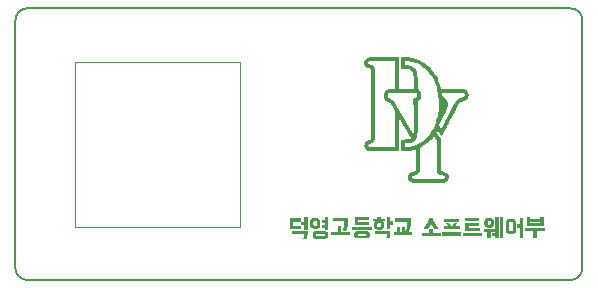
<source format=gbr>
%TF.GenerationSoftware,KiCad,Pcbnew,8.0.6*%
%TF.CreationDate,2024-12-06T21:46:26+09:00*%
%TF.ProjectId,dummy_keyboard,64756d6d-795f-46b6-9579-626f6172642e,rev?*%
%TF.SameCoordinates,Original*%
%TF.FileFunction,Legend,Top*%
%TF.FilePolarity,Positive*%
%FSLAX46Y46*%
G04 Gerber Fmt 4.6, Leading zero omitted, Abs format (unit mm)*
G04 Created by KiCad (PCBNEW 8.0.6) date 2024-12-06 21:46:26*
%MOMM*%
%LPD*%
G01*
G04 APERTURE LIST*
%ADD10C,0.200000*%
%ADD11C,0.300000*%
%ADD12C,0.000000*%
%ADD13C,0.120000*%
G04 APERTURE END LIST*
D10*
X180000000Y-116000000D02*
X134000000Y-116000000D01*
X134000000Y-116000000D02*
G75*
G02*
X133000000Y-115000000I0J1000000D01*
G01*
X133000000Y-94000000D02*
G75*
G02*
X134000000Y-93000000I1000000J0D01*
G01*
X181000000Y-94000000D02*
X181000000Y-115000000D01*
X181000000Y-115000000D02*
G75*
G02*
X180000000Y-116000000I-1000000J0D01*
G01*
X133000000Y-115000000D02*
X133000000Y-94000000D01*
X180000000Y-93000000D02*
G75*
G02*
X181000000Y-94000000I0J-1000000D01*
G01*
X134000000Y-93000000D02*
X180000000Y-93000000D01*
D11*
G36*
X156541399Y-111055781D02*
G01*
X156541399Y-111424344D01*
X157178873Y-111424344D01*
X157178873Y-111682264D01*
X156250140Y-111682264D01*
X156250140Y-110791266D01*
X157159822Y-110791266D01*
X157159822Y-111055781D01*
X156541399Y-111055781D01*
G37*
G36*
X157733915Y-111846395D02*
G01*
X157733915Y-112098820D01*
X157727137Y-112175757D01*
X157715597Y-112248297D01*
X157698891Y-112322395D01*
X157684456Y-112372494D01*
X157663207Y-112430746D01*
X157639393Y-112494494D01*
X157350331Y-112494494D01*
X157381936Y-112428039D01*
X157407433Y-112358572D01*
X157412247Y-112341353D01*
X157429017Y-112269277D01*
X157437893Y-112218988D01*
X157444487Y-112158171D01*
X157446685Y-112110177D01*
X156444313Y-112110177D01*
X156444313Y-111846395D01*
X157733915Y-111846395D01*
G37*
G36*
X157733915Y-110680258D02*
G01*
X157733915Y-111729159D01*
X157431664Y-111729159D01*
X157431664Y-111354002D01*
X157178507Y-111354002D01*
X157178507Y-111072634D01*
X157431664Y-111072634D01*
X157431664Y-110680258D01*
X157733915Y-110680258D01*
G37*
G36*
X159270639Y-111862807D02*
G01*
X159306350Y-111870942D01*
X159375593Y-111900892D01*
X159395743Y-111914905D01*
X159446136Y-111971461D01*
X159456560Y-111990743D01*
X159477140Y-112063766D01*
X159478908Y-112096256D01*
X159478908Y-112266981D01*
X159466331Y-112340041D01*
X159459857Y-112356008D01*
X159420546Y-112418668D01*
X159408932Y-112431479D01*
X159348914Y-112475981D01*
X159332729Y-112483503D01*
X159259438Y-112501642D01*
X159237474Y-112502554D01*
X158405827Y-112502554D01*
X158331569Y-112493177D01*
X158262752Y-112461856D01*
X158230705Y-112435875D01*
X158186110Y-112374081D01*
X158165124Y-112303515D01*
X158161828Y-112256357D01*
X158161828Y-112157438D01*
X158459682Y-112157438D01*
X158459682Y-112228879D01*
X158478367Y-112264050D01*
X158536619Y-112274309D01*
X159146615Y-112274309D01*
X159206465Y-112228907D01*
X159206699Y-112222651D01*
X159206699Y-112159270D01*
X159188015Y-112122634D01*
X159144417Y-112105781D01*
X158536619Y-112105781D01*
X158470673Y-112123000D01*
X158459682Y-112157438D01*
X158161828Y-112157438D01*
X158161828Y-112108712D01*
X158170451Y-112035940D01*
X158203561Y-111965049D01*
X158250122Y-111919668D01*
X158317007Y-111883792D01*
X158388104Y-111864099D01*
X158469005Y-111856715D01*
X158477634Y-111856653D01*
X159197174Y-111856653D01*
X159270639Y-111862807D01*
G37*
G36*
X159491731Y-111752606D02*
G01*
X159191678Y-111752606D01*
X159191678Y-111565027D01*
X158940719Y-111565027D01*
X158940719Y-111330554D01*
X159191678Y-111330554D01*
X159191678Y-111142976D01*
X158942917Y-111142976D01*
X158942917Y-110885055D01*
X159191678Y-110885055D01*
X159191678Y-110669633D01*
X159491731Y-110669633D01*
X159491731Y-111752606D01*
G37*
G36*
X158575318Y-110760568D02*
G01*
X158623447Y-110775512D01*
X158688735Y-110811233D01*
X158721999Y-110839260D01*
X158769243Y-110898465D01*
X158787945Y-110934515D01*
X158808725Y-111005784D01*
X158812125Y-111051018D01*
X158812125Y-111342278D01*
X158803109Y-111418642D01*
X158789044Y-111461713D01*
X158753323Y-111525769D01*
X158725297Y-111558433D01*
X158667038Y-111604707D01*
X158632240Y-111623279D01*
X158559999Y-111644602D01*
X158519766Y-111647459D01*
X158249756Y-111647459D01*
X158176683Y-111638014D01*
X158134351Y-111623279D01*
X158070180Y-111586757D01*
X158036898Y-111558799D01*
X157989181Y-111498798D01*
X157969853Y-111462079D01*
X157948129Y-111389007D01*
X157944574Y-111342278D01*
X157944574Y-111102309D01*
X158217149Y-111102309D01*
X158217149Y-111279263D01*
X158242188Y-111348419D01*
X158252320Y-111358764D01*
X158321418Y-111389502D01*
X158336218Y-111390272D01*
X158431106Y-111390272D01*
X158502192Y-111366149D01*
X158510241Y-111358764D01*
X158541256Y-111291004D01*
X158541748Y-111279263D01*
X158541748Y-111102309D01*
X158517625Y-111031223D01*
X158510241Y-111023175D01*
X158442841Y-110992160D01*
X158431106Y-110991667D01*
X158336218Y-110991667D01*
X158263739Y-111014098D01*
X158252320Y-111023175D01*
X158217699Y-111090654D01*
X158217149Y-111102309D01*
X157944574Y-111102309D01*
X157944574Y-111074466D01*
X157953018Y-110998531D01*
X157966190Y-110953932D01*
X158000966Y-110886212D01*
X158028838Y-110851350D01*
X158085854Y-110802835D01*
X158125558Y-110779909D01*
X158196384Y-110756966D01*
X158249756Y-110752431D01*
X158498883Y-110752431D01*
X158575318Y-110760568D01*
G37*
G36*
X161157955Y-110744371D02*
G01*
X161157955Y-111009253D01*
X161156709Y-111088990D01*
X161152971Y-111167046D01*
X161146740Y-111243421D01*
X161142202Y-111285125D01*
X161132645Y-111358042D01*
X161120394Y-111435594D01*
X161106427Y-111509496D01*
X161101902Y-111530956D01*
X161084420Y-111605928D01*
X161063966Y-111681199D01*
X161047680Y-111733189D01*
X161021433Y-111806038D01*
X160990750Y-111876929D01*
X160986863Y-111884863D01*
X160681682Y-111884863D01*
X160709296Y-111810446D01*
X160733522Y-111738867D01*
X160756726Y-111661735D01*
X160771807Y-111604228D01*
X160790118Y-111525274D01*
X160805209Y-111449611D01*
X160817081Y-111377240D01*
X160819068Y-111363161D01*
X160828297Y-111288432D01*
X160834711Y-111212835D01*
X160837020Y-111160195D01*
X160837471Y-111084836D01*
X160834089Y-111023175D01*
X159847470Y-111023175D01*
X159847470Y-110744371D01*
X161157955Y-110744371D01*
G37*
G36*
X161348098Y-112234009D02*
G01*
X159691033Y-112234009D01*
X159691033Y-111963632D01*
X160296999Y-111963632D01*
X160296999Y-111471238D01*
X160601082Y-111471238D01*
X160601082Y-111963632D01*
X161348098Y-111963632D01*
X161348098Y-112234009D01*
G37*
G36*
X162784150Y-111860752D02*
G01*
X162856671Y-111882224D01*
X162915771Y-111918935D01*
X162965347Y-111978042D01*
X162989649Y-112051176D01*
X162992341Y-112089661D01*
X162992341Y-112241702D01*
X162982717Y-112317482D01*
X162969993Y-112350879D01*
X162926478Y-112412819D01*
X162911008Y-112426716D01*
X162847056Y-112463719D01*
X162826745Y-112470314D01*
X162754411Y-112482678D01*
X162729658Y-112483503D01*
X161952966Y-112483503D01*
X161879737Y-112474986D01*
X161852216Y-112467016D01*
X161784605Y-112434324D01*
X161768318Y-112422686D01*
X161718521Y-112366832D01*
X161711532Y-112354542D01*
X161690801Y-112281580D01*
X161690283Y-112266981D01*
X161690283Y-112153042D01*
X161985939Y-112153042D01*
X161985939Y-112207997D01*
X161993266Y-112236939D01*
X162012683Y-112250861D01*
X162042725Y-112255258D01*
X162081926Y-112255258D01*
X162645394Y-112255258D01*
X162698151Y-112238405D01*
X162717934Y-112197372D01*
X162717934Y-112157438D01*
X162695586Y-112117871D01*
X162634770Y-112103583D01*
X162081926Y-112103583D01*
X162009328Y-112116822D01*
X162005356Y-112119703D01*
X161985939Y-112153042D01*
X161690283Y-112153042D01*
X161690283Y-112089661D01*
X161701159Y-112016789D01*
X161718126Y-111980484D01*
X161766249Y-111924561D01*
X161789201Y-111907212D01*
X161857757Y-111873483D01*
X161882257Y-111866545D01*
X161956881Y-111855034D01*
X161976413Y-111854455D01*
X162706577Y-111854455D01*
X162784150Y-111860752D01*
G37*
G36*
X163157205Y-111729159D02*
G01*
X161483287Y-111729159D01*
X161483287Y-111479665D01*
X163157205Y-111479665D01*
X163157205Y-111729159D01*
G37*
G36*
X162933357Y-110926088D02*
G01*
X162013416Y-110926088D01*
X162013416Y-111105240D01*
X162939585Y-111105240D01*
X162939585Y-111345942D01*
X161709334Y-111345942D01*
X161709334Y-110685387D01*
X162933357Y-110685387D01*
X162933357Y-110926088D01*
G37*
G36*
X164730740Y-112085997D02*
G01*
X164723802Y-112163941D01*
X164712110Y-112243965D01*
X164696303Y-112315874D01*
X164683479Y-112359305D01*
X164663329Y-112417557D01*
X164640248Y-112481304D01*
X164353384Y-112481304D01*
X164385170Y-112414612D01*
X164411327Y-112345023D01*
X164416399Y-112327798D01*
X164434354Y-112256249D01*
X164443510Y-112206531D01*
X164449738Y-112144982D01*
X164451936Y-112097355D01*
X163436741Y-112097355D01*
X163436741Y-111833206D01*
X164730740Y-111833206D01*
X164730740Y-112085997D01*
G37*
G36*
X163945621Y-110814713D02*
G01*
X164285241Y-110814713D01*
X164285241Y-111026472D01*
X164150785Y-111017679D01*
X164186892Y-111081929D01*
X164189620Y-111088387D01*
X164209004Y-111159524D01*
X164211602Y-111198297D01*
X164211602Y-111417749D01*
X164203951Y-111492118D01*
X164187421Y-111544511D01*
X164151186Y-111610371D01*
X164123674Y-111644528D01*
X164066227Y-111692268D01*
X164031350Y-111710474D01*
X163959267Y-111730828D01*
X163919243Y-111733555D01*
X163657292Y-111733555D01*
X163582234Y-111723615D01*
X163545185Y-111710474D01*
X163481149Y-111673080D01*
X163451762Y-111647826D01*
X163405487Y-111589740D01*
X163386916Y-111554403D01*
X163366136Y-111484078D01*
X163362735Y-111438998D01*
X163362735Y-111258381D01*
X163629082Y-111258381D01*
X163629082Y-111393569D01*
X163649844Y-111466177D01*
X163654361Y-111471971D01*
X163722250Y-111501983D01*
X163725070Y-111502013D01*
X163843039Y-111502013D01*
X163913299Y-111475609D01*
X163916678Y-111471971D01*
X163942825Y-111402475D01*
X163943056Y-111393569D01*
X163943056Y-111258381D01*
X163918083Y-111188014D01*
X163912648Y-111182177D01*
X163843454Y-111152036D01*
X163834613Y-111151769D01*
X163745953Y-111151769D01*
X163675618Y-111173677D01*
X163664253Y-111182543D01*
X163629632Y-111247338D01*
X163629082Y-111258381D01*
X163362735Y-111258381D01*
X163362735Y-111198297D01*
X163372360Y-111125019D01*
X163385084Y-111088021D01*
X163418789Y-111025739D01*
X163293126Y-111025739D01*
X163293126Y-110814713D01*
X163633112Y-110814713D01*
X163633112Y-110674030D01*
X163945621Y-110674030D01*
X163945621Y-110814713D01*
G37*
G36*
X164722313Y-111034898D02*
G01*
X164960450Y-111034898D01*
X164960450Y-111307107D01*
X164722313Y-111307107D01*
X164722313Y-111682264D01*
X164447540Y-111682264D01*
X164447540Y-110674030D01*
X164722313Y-110674030D01*
X164722313Y-111034898D01*
G37*
G36*
X166483793Y-110796029D02*
G01*
X166483793Y-111016580D01*
X166482711Y-111098214D01*
X166479465Y-111175777D01*
X166474055Y-111249270D01*
X166465009Y-111329868D01*
X166453018Y-111404926D01*
X166437287Y-111484061D01*
X166420870Y-111556235D01*
X166401579Y-111629110D01*
X166385973Y-111679699D01*
X166361025Y-111750114D01*
X166340178Y-111800233D01*
X166306919Y-111867066D01*
X166284491Y-111905380D01*
X165983705Y-111905380D01*
X166018373Y-111837557D01*
X166051790Y-111763336D01*
X166079295Y-111691317D01*
X166094347Y-111644528D01*
X166115363Y-111568386D01*
X166132157Y-111494748D01*
X166145755Y-111416640D01*
X166146738Y-111409689D01*
X166155837Y-111335838D01*
X166161813Y-111260902D01*
X166163590Y-111208555D01*
X166163252Y-111133620D01*
X166159560Y-111072634D01*
X165172941Y-111072634D01*
X165172941Y-110796029D01*
X166483793Y-110796029D01*
G37*
G36*
X166578681Y-112221552D02*
G01*
X165054606Y-112221552D01*
X165054606Y-111963632D01*
X165326814Y-111963632D01*
X165326814Y-111541580D01*
X165567882Y-111541580D01*
X165567882Y-111963632D01*
X165734211Y-111963632D01*
X165734211Y-111541580D01*
X165968685Y-111541580D01*
X165968685Y-111963632D01*
X166578681Y-111963632D01*
X166578681Y-112221552D01*
G37*
G36*
X168349320Y-110764155D02*
G01*
X168369670Y-110835304D01*
X168396562Y-110906770D01*
X168424424Y-110969685D01*
X168460295Y-111042887D01*
X168495577Y-111110603D01*
X168533698Y-111180059D01*
X168551553Y-111211486D01*
X168593432Y-111282232D01*
X168632118Y-111344875D01*
X168672177Y-111407289D01*
X168708357Y-111461713D01*
X168750992Y-111523537D01*
X168794635Y-111584811D01*
X168839286Y-111645536D01*
X168884944Y-111705711D01*
X168521877Y-111705711D01*
X168477971Y-111644075D01*
X168435014Y-111583648D01*
X168420761Y-111563562D01*
X168377530Y-111500730D01*
X168336497Y-111438998D01*
X168297204Y-111376625D01*
X168259194Y-111312602D01*
X168222567Y-111246702D01*
X168194714Y-111193534D01*
X168159509Y-111265397D01*
X168122440Y-111333928D01*
X168085208Y-111397911D01*
X168059892Y-111439364D01*
X168017439Y-111506432D01*
X167973613Y-111573179D01*
X167928413Y-111639605D01*
X167881839Y-111705711D01*
X167478105Y-111705711D01*
X167532021Y-111644017D01*
X167582851Y-111582673D01*
X167630596Y-111521680D01*
X167675255Y-111461037D01*
X167699389Y-111426542D01*
X167745299Y-111358283D01*
X167788141Y-111291262D01*
X167827915Y-111225476D01*
X167864620Y-111160928D01*
X167902013Y-111090857D01*
X167935060Y-111024902D01*
X167966681Y-110956445D01*
X167977826Y-110930484D01*
X168004926Y-110859009D01*
X168024600Y-110785024D01*
X168027652Y-110764155D01*
X168349320Y-110764155D01*
G37*
G36*
X169004013Y-112291894D02*
G01*
X167408130Y-112291894D01*
X167408130Y-112010526D01*
X168030949Y-112010526D01*
X168030949Y-111705711D01*
X168360311Y-111705711D01*
X168360311Y-112010526D01*
X169004013Y-112010526D01*
X169004013Y-112291894D01*
G37*
G36*
X169302966Y-110801524D02*
G01*
X170588172Y-110801524D01*
X170588172Y-111073733D01*
X169302966Y-111073733D01*
X169302966Y-110801524D01*
G37*
G36*
X170416713Y-111136748D02*
G01*
X170287753Y-111461713D01*
X170630670Y-111461713D01*
X170630670Y-111711207D01*
X169324215Y-111711207D01*
X169324215Y-111461713D01*
X169593859Y-111461713D01*
X169441818Y-111136748D01*
X169742237Y-111136748D01*
X169883653Y-111451454D01*
X170021406Y-111451454D01*
X170118493Y-111136748D01*
X170416713Y-111136748D01*
G37*
G36*
X169140300Y-112244633D02*
G01*
X169140300Y-111963632D01*
X170757066Y-111963632D01*
X170757066Y-112244633D01*
X169140300Y-112244633D01*
G37*
G36*
X172275645Y-110752798D02*
G01*
X172275645Y-111014748D01*
X171093754Y-111014748D01*
X171093754Y-110752798D01*
X172275645Y-110752798D01*
G37*
G36*
X171380984Y-111565027D02*
G01*
X172298726Y-111565027D01*
X172298726Y-111822948D01*
X171093754Y-111822948D01*
X171093754Y-111142976D01*
X172275645Y-111142976D01*
X172275645Y-111407124D01*
X171380984Y-111407124D01*
X171380984Y-111565027D01*
G37*
G36*
X170892987Y-112291161D02*
G01*
X170892987Y-112010526D01*
X172509752Y-112010526D01*
X172509752Y-112291161D01*
X170892987Y-112291161D01*
G37*
G36*
X173591626Y-111916737D02*
G01*
X173234787Y-111916737D01*
X173234787Y-112479473D01*
X172922278Y-112479473D01*
X172922278Y-111916737D01*
X172645673Y-111916737D01*
X172645673Y-111658817D01*
X173591626Y-111658817D01*
X173591626Y-111916737D01*
G37*
G36*
X173920621Y-110676228D02*
G01*
X173920621Y-112479473D01*
X173641818Y-112479473D01*
X173641818Y-112291894D01*
X173346528Y-112291894D01*
X173346528Y-112055589D01*
X173641818Y-112055589D01*
X173641818Y-110674030D01*
X173920621Y-110676228D01*
G37*
G36*
X174300541Y-112479473D02*
G01*
X174025768Y-112479473D01*
X174025768Y-110674030D01*
X174300541Y-110671831D01*
X174300541Y-112479473D01*
G37*
G36*
X173290018Y-110726834D02*
G01*
X173327111Y-110739975D01*
X173390516Y-110777842D01*
X173419068Y-110803722D01*
X173463900Y-110863251D01*
X173481717Y-110899344D01*
X173501552Y-110970470D01*
X173504798Y-111015481D01*
X173504798Y-111260579D01*
X173495782Y-111334624D01*
X173481717Y-111376716D01*
X173444323Y-111442691D01*
X173419068Y-111472337D01*
X173361779Y-111518612D01*
X173327111Y-111537184D01*
X173254870Y-111558507D01*
X173214637Y-111561364D01*
X173009839Y-111561364D01*
X172933835Y-111550950D01*
X172895534Y-111537184D01*
X172829409Y-111498505D01*
X172799180Y-111472704D01*
X172751936Y-111413176D01*
X172733234Y-111377083D01*
X172712455Y-111305813D01*
X172709054Y-111260579D01*
X172709054Y-111070436D01*
X172979431Y-111070436D01*
X172979431Y-111214050D01*
X173002600Y-111285382D01*
X173007641Y-111291353D01*
X173075082Y-111322221D01*
X173083845Y-111322494D01*
X173140632Y-111322494D01*
X173211963Y-111296919D01*
X173217934Y-111291353D01*
X173249165Y-111222512D01*
X173249442Y-111214050D01*
X173249442Y-111070436D01*
X173223565Y-110999467D01*
X173217934Y-110993499D01*
X173149155Y-110962269D01*
X173140632Y-110961992D01*
X173083845Y-110961992D01*
X173013167Y-110987568D01*
X173007641Y-110993133D01*
X172979679Y-111061912D01*
X172979431Y-111070436D01*
X172709054Y-111070436D01*
X172709054Y-111015481D01*
X172718500Y-110941121D01*
X172733234Y-110898977D01*
X172772544Y-110833160D01*
X172799180Y-110803722D01*
X172859677Y-110757921D01*
X172895900Y-110739975D01*
X172969764Y-110719621D01*
X173009839Y-110716894D01*
X173214637Y-110716894D01*
X173290018Y-110726834D01*
G37*
G36*
X175983252Y-112479473D02*
G01*
X175689794Y-112479473D01*
X175689794Y-111565027D01*
X175461916Y-111565027D01*
X175461916Y-111260212D01*
X175689794Y-111260212D01*
X175689794Y-110713963D01*
X175983252Y-110713963D01*
X175983252Y-112479473D01*
G37*
G36*
X175119278Y-110806433D02*
G01*
X175194011Y-110824064D01*
X175265659Y-110859227D01*
X175318301Y-110904106D01*
X175364347Y-110969749D01*
X175392625Y-111041431D01*
X175407602Y-111114445D01*
X175413462Y-111197067D01*
X175413555Y-111209654D01*
X175413555Y-111697285D01*
X175408577Y-111773310D01*
X175392192Y-111847762D01*
X175387544Y-111861782D01*
X175356769Y-111929835D01*
X175316469Y-111985980D01*
X175261549Y-112035259D01*
X175212421Y-112063649D01*
X175139923Y-112086592D01*
X175087491Y-112091127D01*
X174855216Y-112091127D01*
X174779584Y-112084539D01*
X174729920Y-112072442D01*
X174663268Y-112041730D01*
X174622575Y-112010893D01*
X174575666Y-111953512D01*
X174547837Y-111896221D01*
X174528377Y-111821635D01*
X174521149Y-111745794D01*
X174520769Y-111722930D01*
X174797331Y-111722930D01*
X174804658Y-111783381D01*
X174840928Y-111829909D01*
X174912615Y-111848301D01*
X174927024Y-111848593D01*
X175017882Y-111848593D01*
X175074668Y-111832473D01*
X175111305Y-111792173D01*
X175130722Y-111736486D01*
X175136950Y-111674570D01*
X175136950Y-111248489D01*
X175134020Y-111178147D01*
X175119365Y-111112201D01*
X175083828Y-111064940D01*
X175017882Y-111046988D01*
X174931420Y-111046988D01*
X174861078Y-111062376D01*
X174821877Y-111102676D01*
X174803559Y-111160928D01*
X174799529Y-111227240D01*
X174799529Y-111664312D01*
X174797331Y-111722930D01*
X174520769Y-111722930D01*
X174520726Y-111720366D01*
X174520726Y-111207822D01*
X174524026Y-111131444D01*
X174534823Y-111054233D01*
X174535747Y-111049553D01*
X174559850Y-110975727D01*
X174593999Y-110919860D01*
X174648745Y-110868088D01*
X174712334Y-110833398D01*
X174786155Y-110811609D01*
X174861821Y-110802645D01*
X174903943Y-110801524D01*
X175045359Y-110801524D01*
X175119278Y-110806433D01*
G37*
G36*
X177825331Y-111869842D02*
G01*
X177154518Y-111869842D01*
X177154518Y-112479473D01*
X176854466Y-112479473D01*
X176854466Y-111869842D01*
X176183287Y-111869842D01*
X176183287Y-111595436D01*
X177825331Y-111595436D01*
X177825331Y-111869842D01*
G37*
G36*
X176592882Y-110861608D02*
G01*
X177415736Y-110861608D01*
X177415736Y-110674030D01*
X177711392Y-110674030D01*
X177711392Y-111447791D01*
X176295394Y-111447791D01*
X176295394Y-111197198D01*
X176592882Y-111197198D01*
X177415736Y-111197198D01*
X177415736Y-111096081D01*
X176592882Y-111096081D01*
X176592882Y-111197198D01*
X176295394Y-111197198D01*
X176295394Y-110674030D01*
X176592882Y-110674030D01*
X176592882Y-110861608D01*
G37*
D12*
%TO.C,G\u002A\u002A\u002A*%
G36*
X165507864Y-98467656D02*
G01*
X165507864Y-99798442D01*
X166111585Y-99798442D01*
X166715306Y-99798442D01*
X166712695Y-99257125D01*
X166712183Y-99156831D01*
X166711663Y-99068974D01*
X166711113Y-98992586D01*
X166710510Y-98926698D01*
X166709832Y-98870340D01*
X166709057Y-98822544D01*
X166708162Y-98782340D01*
X166707125Y-98748759D01*
X166705925Y-98720833D01*
X166704538Y-98697591D01*
X166702942Y-98678064D01*
X166701115Y-98661284D01*
X166699036Y-98646282D01*
X166698584Y-98643386D01*
X166685032Y-98569140D01*
X166669090Y-98500957D01*
X166651238Y-98440272D01*
X166631956Y-98388516D01*
X166611724Y-98347122D01*
X166591022Y-98317524D01*
X166588426Y-98314726D01*
X166572454Y-98300494D01*
X166548064Y-98281514D01*
X166518337Y-98259936D01*
X166486352Y-98237905D01*
X166455192Y-98217570D01*
X166427935Y-98201078D01*
X166416204Y-98194671D01*
X166396905Y-98187853D01*
X166365937Y-98180810D01*
X166325032Y-98173715D01*
X166275923Y-98166743D01*
X166220341Y-98160069D01*
X166160019Y-98153866D01*
X166096688Y-98148310D01*
X166032082Y-98143574D01*
X165967932Y-98139832D01*
X165905971Y-98137261D01*
X165847930Y-98136033D01*
X165832990Y-98135954D01*
X165796347Y-98135571D01*
X165761054Y-98134622D01*
X165731132Y-98133250D01*
X165710649Y-98131602D01*
X165675455Y-98127375D01*
X165675455Y-97805739D01*
X166010636Y-97805739D01*
X166072644Y-97810223D01*
X166174221Y-97818509D01*
X166265893Y-97827929D01*
X166347074Y-97838387D01*
X166417178Y-97849788D01*
X166475619Y-97862038D01*
X166521812Y-97875043D01*
X166554017Y-97888110D01*
X166600540Y-97913801D01*
X166650083Y-97944569D01*
X166700145Y-97978572D01*
X166748225Y-98013970D01*
X166791824Y-98048920D01*
X166828441Y-98081583D01*
X166855576Y-98110115D01*
X166855711Y-98110277D01*
X166894007Y-98164583D01*
X166928957Y-98231119D01*
X166960280Y-98309065D01*
X166987697Y-98397601D01*
X167010929Y-98495905D01*
X167029697Y-98603158D01*
X167033975Y-98633641D01*
X167036013Y-98650696D01*
X167037815Y-98670049D01*
X167039402Y-98692648D01*
X167040795Y-98719444D01*
X167042013Y-98751385D01*
X167043078Y-98789421D01*
X167044009Y-98834503D01*
X167044828Y-98887580D01*
X167045555Y-98949602D01*
X167046211Y-99021517D01*
X167046816Y-99104277D01*
X167047390Y-99198830D01*
X167047784Y-99272438D01*
X167050641Y-99829067D01*
X167093904Y-99844583D01*
X167150859Y-99872092D01*
X167202656Y-99911770D01*
X167249060Y-99963317D01*
X167289834Y-100026431D01*
X167324743Y-100100813D01*
X167348975Y-100170493D01*
X167356034Y-100195148D01*
X167361023Y-100216791D01*
X167364312Y-100238723D01*
X167366266Y-100264241D01*
X167367254Y-100296645D01*
X167367638Y-100338083D01*
X167367438Y-100384982D01*
X167366223Y-100421299D01*
X167363780Y-100449839D01*
X167359898Y-100473403D01*
X167356304Y-100488104D01*
X167328668Y-100569730D01*
X167293220Y-100641243D01*
X167248892Y-100704114D01*
X167194619Y-100759816D01*
X167129333Y-100809820D01*
X167117791Y-100817392D01*
X167050010Y-100860965D01*
X167049787Y-102178226D01*
X167049722Y-102346512D01*
X167049586Y-102505658D01*
X167049382Y-102655347D01*
X167049110Y-102795259D01*
X167048773Y-102925076D01*
X167048372Y-103044479D01*
X167047909Y-103153150D01*
X167047384Y-103250771D01*
X167046800Y-103337021D01*
X167046159Y-103411584D01*
X167045462Y-103474141D01*
X167044710Y-103524372D01*
X167043905Y-103561959D01*
X167043049Y-103586584D01*
X167042696Y-103592689D01*
X167033667Y-103692683D01*
X167021227Y-103781494D01*
X167004834Y-103861035D01*
X166983945Y-103933217D01*
X166958018Y-103999956D01*
X166926510Y-104063163D01*
X166894083Y-104116853D01*
X166865812Y-104157821D01*
X166839442Y-104189999D01*
X166811615Y-104216928D01*
X166778974Y-104242152D01*
X166768487Y-104249411D01*
X166743603Y-104264936D01*
X166710556Y-104283612D01*
X166672259Y-104303985D01*
X166631626Y-104324603D01*
X166591571Y-104344012D01*
X166555010Y-104360760D01*
X166524855Y-104373395D01*
X166507567Y-104379486D01*
X166475081Y-104387372D01*
X166430406Y-104395494D01*
X166374757Y-104403701D01*
X166309345Y-104411841D01*
X166235385Y-104419763D01*
X166154090Y-104427315D01*
X166069292Y-104434151D01*
X166010636Y-104438548D01*
X166010636Y-104596480D01*
X166010636Y-104754411D01*
X166106162Y-104749794D01*
X166151860Y-104747150D01*
X166204180Y-104743441D01*
X166256429Y-104739173D01*
X166298891Y-104735169D01*
X166430742Y-104718555D01*
X166552961Y-104696490D01*
X166668508Y-104668131D01*
X166780340Y-104632635D01*
X166891418Y-104589159D01*
X167004700Y-104536857D01*
X167018329Y-104530075D01*
X167060314Y-104507813D01*
X167110909Y-104478991D01*
X167167927Y-104444993D01*
X167229178Y-104407205D01*
X167292476Y-104367012D01*
X167355631Y-104325800D01*
X167416455Y-104284953D01*
X167472761Y-104245858D01*
X167512245Y-104217389D01*
X167561797Y-104179265D01*
X167617200Y-104133789D01*
X167675398Y-104083629D01*
X167733330Y-104031450D01*
X167787940Y-103979920D01*
X167813766Y-103954508D01*
X167950070Y-103808733D01*
X168077419Y-103653268D01*
X168195671Y-103488527D01*
X168304689Y-103314923D01*
X168404330Y-103132867D01*
X168494454Y-102942772D01*
X168504899Y-102917107D01*
X168875888Y-102917107D01*
X168877643Y-102925581D01*
X168882586Y-102936767D01*
X168891552Y-102952185D01*
X168905377Y-102973357D01*
X168924897Y-103001803D01*
X168950949Y-103039042D01*
X168964193Y-103057890D01*
X168990206Y-103094439D01*
X169013797Y-103126717D01*
X169033864Y-103153287D01*
X169049307Y-103172712D01*
X169059023Y-103183556D01*
X169061841Y-103185259D01*
X169065385Y-103178840D01*
X169074700Y-103161142D01*
X169089448Y-103132821D01*
X169109292Y-103094534D01*
X169133894Y-103046935D01*
X169162917Y-102990680D01*
X169196022Y-102926426D01*
X169232873Y-102854828D01*
X169273131Y-102776542D01*
X169316458Y-102692224D01*
X169362518Y-102602529D01*
X169410972Y-102508115D01*
X169461482Y-102409635D01*
X169513712Y-102307747D01*
X169526838Y-102282132D01*
X169579454Y-102179470D01*
X169630440Y-102080033D01*
X169679457Y-101984478D01*
X169726167Y-101893463D01*
X169770231Y-101807646D01*
X169811313Y-101727684D01*
X169849073Y-101654235D01*
X169883173Y-101587956D01*
X169913275Y-101529505D01*
X169939040Y-101479540D01*
X169960132Y-101438718D01*
X169976210Y-101407697D01*
X169986938Y-101387134D01*
X169991976Y-101377687D01*
X169992304Y-101377144D01*
X169996686Y-101369682D01*
X170006485Y-101351940D01*
X170020853Y-101325491D01*
X170038939Y-101291908D01*
X170059894Y-101252762D01*
X170082869Y-101209627D01*
X170086469Y-101202850D01*
X170111459Y-101156036D01*
X170136228Y-101110093D01*
X170159559Y-101067243D01*
X170180237Y-101029711D01*
X170197043Y-100999720D01*
X170208275Y-100980303D01*
X170251747Y-100913946D01*
X170302023Y-100847989D01*
X170355217Y-100787332D01*
X170385659Y-100756715D01*
X170422966Y-100722514D01*
X170457427Y-100694430D01*
X170491604Y-100671110D01*
X170528054Y-100651198D01*
X170569337Y-100633340D01*
X170618013Y-100616179D01*
X170676642Y-100598361D01*
X170694308Y-100593319D01*
X170749241Y-100576930D01*
X170802407Y-100559452D01*
X170851587Y-100541725D01*
X170894564Y-100524593D01*
X170929121Y-100508896D01*
X170953040Y-100495477D01*
X170954360Y-100494574D01*
X170986381Y-100465130D01*
X171011042Y-100428070D01*
X171028018Y-100385912D01*
X171036985Y-100341169D01*
X171037618Y-100296359D01*
X171029592Y-100253996D01*
X171012582Y-100216597D01*
X170993301Y-100192901D01*
X170966333Y-100170276D01*
X170938657Y-100155004D01*
X170905279Y-100144695D01*
X170883562Y-100140427D01*
X170872479Y-100139653D01*
X170849230Y-100138936D01*
X170814776Y-100138277D01*
X170770076Y-100137675D01*
X170716092Y-100137131D01*
X170653782Y-100136644D01*
X170584106Y-100136215D01*
X170508025Y-100135844D01*
X170426499Y-100135530D01*
X170340486Y-100135274D01*
X170250948Y-100135076D01*
X170158845Y-100134937D01*
X170065135Y-100134855D01*
X169970780Y-100134831D01*
X169876738Y-100134865D01*
X169783971Y-100134957D01*
X169693438Y-100135108D01*
X169606098Y-100135316D01*
X169522912Y-100135583D01*
X169444840Y-100135909D01*
X169372842Y-100136293D01*
X169307877Y-100136735D01*
X169250906Y-100137236D01*
X169202888Y-100137795D01*
X169164784Y-100138413D01*
X169137553Y-100139090D01*
X169122155Y-100139826D01*
X169118954Y-100140327D01*
X169118457Y-100148067D01*
X169120120Y-100165497D01*
X169123589Y-100189135D01*
X169124409Y-100193956D01*
X169128652Y-100220541D01*
X169133772Y-100255861D01*
X169139125Y-100295332D01*
X169144072Y-100334367D01*
X169144116Y-100334732D01*
X169148382Y-100369188D01*
X169152322Y-100399714D01*
X169155547Y-100423388D01*
X169157668Y-100437290D01*
X169157940Y-100438707D01*
X169166445Y-100450070D01*
X169187698Y-100464593D01*
X169211871Y-100477462D01*
X169298700Y-100526325D01*
X169373934Y-100581415D01*
X169438109Y-100643250D01*
X169491760Y-100712348D01*
X169535424Y-100789226D01*
X169536299Y-100791058D01*
X169560913Y-100850075D01*
X169578580Y-100910330D01*
X169589744Y-100974507D01*
X169594846Y-101045287D01*
X169594329Y-101125355D01*
X169593756Y-101139166D01*
X169585500Y-101255623D01*
X169571917Y-101360577D01*
X169553052Y-101453757D01*
X169528952Y-101534890D01*
X169524102Y-101548086D01*
X169518777Y-101559735D01*
X169507624Y-101582219D01*
X169491154Y-101614559D01*
X169469878Y-101655778D01*
X169444309Y-101704897D01*
X169414957Y-101760938D01*
X169382334Y-101822922D01*
X169346951Y-101889871D01*
X169309320Y-101960806D01*
X169269952Y-102034749D01*
X169257779Y-102057561D01*
X169005445Y-102530166D01*
X168945688Y-102704460D01*
X168929588Y-102751494D01*
X168914585Y-102795461D01*
X168901333Y-102834438D01*
X168890482Y-102866504D01*
X168882685Y-102889737D01*
X168878595Y-102902213D01*
X168878594Y-102902216D01*
X168876483Y-102909826D01*
X168875888Y-102917107D01*
X168504899Y-102917107D01*
X168574922Y-102745052D01*
X168645593Y-102540118D01*
X168706327Y-102328384D01*
X168756983Y-102110263D01*
X168797421Y-101886166D01*
X168827501Y-101656507D01*
X168844051Y-101458052D01*
X169180822Y-101458052D01*
X169181423Y-101474953D01*
X169182950Y-101481057D01*
X169189032Y-101475725D01*
X169197245Y-101462777D01*
X169197880Y-101461567D01*
X169207690Y-101438108D01*
X169218450Y-101404998D01*
X169229196Y-101365858D01*
X169238961Y-101324307D01*
X169246781Y-101283964D01*
X169249014Y-101269886D01*
X169252164Y-101241376D01*
X169254846Y-101203605D01*
X169256841Y-101160717D01*
X169257930Y-101116855D01*
X169258065Y-101098944D01*
X169257959Y-101056587D01*
X169257311Y-101024979D01*
X169255857Y-101001461D01*
X169253333Y-100983377D01*
X169249476Y-100968072D01*
X169244021Y-100952887D01*
X169243397Y-100951321D01*
X169231333Y-100925989D01*
X169216779Y-100901848D01*
X169208624Y-100890988D01*
X169188694Y-100867669D01*
X169187822Y-101095592D01*
X169187472Y-101153871D01*
X169186894Y-101211607D01*
X169186126Y-101266466D01*
X169185209Y-101316111D01*
X169184185Y-101358209D01*
X169183092Y-101390425D01*
X169182522Y-101402289D01*
X169181183Y-101432961D01*
X169180822Y-101458052D01*
X168844051Y-101458052D01*
X168847083Y-101421699D01*
X168856026Y-101182153D01*
X168854190Y-100938284D01*
X168852847Y-100897835D01*
X168837911Y-100642132D01*
X168812204Y-100394235D01*
X168775735Y-100154181D01*
X168728512Y-99922006D01*
X168670545Y-99697748D01*
X168601841Y-99481444D01*
X168522409Y-99273131D01*
X168433725Y-99075863D01*
X168343719Y-98903651D01*
X168245779Y-98741847D01*
X168139185Y-98589559D01*
X168023214Y-98445892D01*
X167897146Y-98309953D01*
X167760261Y-98180848D01*
X167612231Y-98057993D01*
X167455088Y-97941892D01*
X167298104Y-97839060D01*
X167140987Y-97749366D01*
X166983447Y-97672679D01*
X166825194Y-97608868D01*
X166665938Y-97557802D01*
X166505386Y-97519349D01*
X166365927Y-97496252D01*
X166327103Y-97491676D01*
X166280633Y-97487061D01*
X166229902Y-97482662D01*
X166178297Y-97478733D01*
X166129205Y-97475530D01*
X166086013Y-97473306D01*
X166052107Y-97472315D01*
X166046972Y-97472288D01*
X166010636Y-97472288D01*
X166010636Y-97639013D01*
X166010636Y-97805739D01*
X165675455Y-97805739D01*
X165675455Y-97639013D01*
X165675455Y-97632241D01*
X165675455Y-97137107D01*
X165878354Y-97137107D01*
X166000793Y-97137990D01*
X166111886Y-97140775D01*
X166213585Y-97145667D01*
X166307843Y-97152870D01*
X166396613Y-97162587D01*
X166481846Y-97175023D01*
X166565497Y-97190383D01*
X166649517Y-97208869D01*
X166711163Y-97224186D01*
X166816758Y-97253547D01*
X166915972Y-97285531D01*
X167012610Y-97321590D01*
X167110478Y-97363174D01*
X167213382Y-97411736D01*
X167247453Y-97428712D01*
X167424076Y-97524665D01*
X167595785Y-97631798D01*
X167761364Y-97749131D01*
X167919597Y-97875683D01*
X168069267Y-98010475D01*
X168209156Y-98152525D01*
X168338050Y-98300853D01*
X168353874Y-98320469D01*
X168462020Y-98464005D01*
X168562393Y-98614602D01*
X168655330Y-98772975D01*
X168741166Y-98939839D01*
X168820236Y-99115908D01*
X168892877Y-99301897D01*
X168959424Y-99498521D01*
X169020212Y-99706493D01*
X169040083Y-99781683D01*
X169046986Y-99808498D01*
X169109188Y-99804100D01*
X169123680Y-99803543D01*
X169150698Y-99802997D01*
X169189365Y-99802467D01*
X169238798Y-99801957D01*
X169298119Y-99801474D01*
X169366448Y-99801020D01*
X169442904Y-99800603D01*
X169526608Y-99800225D01*
X169616679Y-99799892D01*
X169712239Y-99799609D01*
X169812406Y-99799380D01*
X169916301Y-99799211D01*
X170016046Y-99799112D01*
X170143812Y-99799043D01*
X170258872Y-99799031D01*
X170361925Y-99799082D01*
X170453672Y-99799202D01*
X170534813Y-99799399D01*
X170606048Y-99799681D01*
X170668079Y-99800053D01*
X170721604Y-99800522D01*
X170767324Y-99801097D01*
X170805940Y-99801783D01*
X170838153Y-99802588D01*
X170864661Y-99803519D01*
X170886166Y-99804583D01*
X170903368Y-99805786D01*
X170916967Y-99807136D01*
X170924689Y-99808167D01*
X171010883Y-99827126D01*
X171089174Y-99856504D01*
X171159042Y-99895741D01*
X171219966Y-99944278D01*
X171271425Y-100001555D01*
X171312898Y-100067014D01*
X171343865Y-100140093D01*
X171363804Y-100220235D01*
X171371412Y-100288089D01*
X171369923Y-100373187D01*
X171356201Y-100455649D01*
X171330884Y-100534159D01*
X171294609Y-100607396D01*
X171248014Y-100674041D01*
X171191735Y-100732777D01*
X171135512Y-100776335D01*
X171102659Y-100795587D01*
X171059225Y-100816914D01*
X171007684Y-100839328D01*
X170950506Y-100861837D01*
X170890164Y-100883454D01*
X170829130Y-100903188D01*
X170790314Y-100914521D01*
X170754901Y-100924798D01*
X170721926Y-100935124D01*
X170694677Y-100944418D01*
X170676441Y-100951601D01*
X170674145Y-100952699D01*
X170651943Y-100967377D01*
X170624806Y-100990593D01*
X170595301Y-101019777D01*
X170565996Y-101052355D01*
X170539457Y-101085757D01*
X170534539Y-101092546D01*
X170525393Y-101105828D01*
X170515165Y-101121550D01*
X170503622Y-101140154D01*
X170490532Y-101162083D01*
X170475661Y-101187779D01*
X170458777Y-101217685D01*
X170439647Y-101252243D01*
X170418038Y-101291896D01*
X170393719Y-101337087D01*
X170366455Y-101388257D01*
X170336014Y-101445850D01*
X170302163Y-101510308D01*
X170264670Y-101582074D01*
X170223303Y-101661589D01*
X170177827Y-101749298D01*
X170128010Y-101845641D01*
X170073620Y-101951062D01*
X170014424Y-102066003D01*
X169950189Y-102190907D01*
X169880683Y-102326217D01*
X169805672Y-102472374D01*
X169724924Y-102629821D01*
X169683556Y-102710516D01*
X169624747Y-102825195D01*
X169567536Y-102936653D01*
X169512224Y-103044306D01*
X169459116Y-103147570D01*
X169408512Y-103245859D01*
X169360715Y-103338589D01*
X169316029Y-103425177D01*
X169274754Y-103505036D01*
X169237193Y-103577584D01*
X169203649Y-103642234D01*
X169174423Y-103698403D01*
X169149819Y-103745507D01*
X169130139Y-103782960D01*
X169115684Y-103810178D01*
X169106758Y-103826577D01*
X169103694Y-103831605D01*
X169098794Y-103826588D01*
X169087008Y-103811580D01*
X169069084Y-103787612D01*
X169045767Y-103755716D01*
X169017805Y-103716923D01*
X168985945Y-103672264D01*
X168950933Y-103622770D01*
X168913517Y-103569473D01*
X168903740Y-103555483D01*
X168865953Y-103501431D01*
X168830541Y-103450914D01*
X168798233Y-103404960D01*
X168769755Y-103364598D01*
X168745837Y-103330857D01*
X168727205Y-103304766D01*
X168714587Y-103287352D01*
X168708713Y-103279645D01*
X168708379Y-103279359D01*
X168704841Y-103285486D01*
X168696014Y-103301357D01*
X168683018Y-103324940D01*
X168666975Y-103354205D01*
X168656272Y-103373793D01*
X168605617Y-103466616D01*
X168801356Y-103762603D01*
X168997096Y-104058590D01*
X169000533Y-105359092D01*
X169000948Y-105514484D01*
X169001340Y-105657040D01*
X169001716Y-105787332D01*
X169002083Y-105905930D01*
X169002448Y-106013407D01*
X169002817Y-106110334D01*
X169003198Y-106197281D01*
X169003597Y-106274821D01*
X169004021Y-106343525D01*
X169004476Y-106403963D01*
X169004970Y-106456708D01*
X169005509Y-106502331D01*
X169006100Y-106541403D01*
X169006750Y-106574495D01*
X169007466Y-106602179D01*
X169008254Y-106625026D01*
X169009121Y-106643608D01*
X169010074Y-106658496D01*
X169011120Y-106670261D01*
X169012265Y-106679475D01*
X169013517Y-106686709D01*
X169014882Y-106692534D01*
X169016367Y-106697522D01*
X169016431Y-106697718D01*
X169024735Y-106721150D01*
X169033720Y-106739902D01*
X169045114Y-106755046D01*
X169060645Y-106767652D01*
X169082040Y-106778790D01*
X169111027Y-106789531D01*
X169149334Y-106800945D01*
X169198690Y-106814104D01*
X169208260Y-106816580D01*
X169252437Y-106828228D01*
X169295100Y-106839921D01*
X169333481Y-106850869D01*
X169364811Y-106860277D01*
X169386322Y-106867354D01*
X169388561Y-106868177D01*
X169462169Y-106902273D01*
X169526764Y-106945551D01*
X169581711Y-106997379D01*
X169626378Y-107057126D01*
X169660130Y-107124159D01*
X169668681Y-107147519D01*
X169675980Y-107170483D01*
X169681070Y-107190543D01*
X169684352Y-107211037D01*
X169686225Y-107235300D01*
X169687088Y-107266671D01*
X169687332Y-107303140D01*
X169686880Y-107350511D01*
X169684800Y-107388033D01*
X169680385Y-107419231D01*
X169672929Y-107447634D01*
X169661725Y-107476767D01*
X169646065Y-107510157D01*
X169645671Y-107510952D01*
X169610151Y-107568371D01*
X169563539Y-107621038D01*
X169507739Y-107667498D01*
X169444655Y-107706298D01*
X169376188Y-107735985D01*
X169334604Y-107748495D01*
X169321286Y-107751788D01*
X169308118Y-107754804D01*
X169294487Y-107757556D01*
X169279784Y-107760054D01*
X169263397Y-107762312D01*
X169244716Y-107764340D01*
X169223130Y-107766150D01*
X169198029Y-107767755D01*
X169168800Y-107769165D01*
X169134835Y-107770393D01*
X169095521Y-107771450D01*
X169050249Y-107772349D01*
X168998407Y-107773100D01*
X168939384Y-107773716D01*
X168872571Y-107774209D01*
X168797356Y-107774590D01*
X168713128Y-107774870D01*
X168619276Y-107775063D01*
X168515190Y-107775179D01*
X168400260Y-107775230D01*
X168273873Y-107775228D01*
X168135420Y-107775185D01*
X167984290Y-107775112D01*
X167953272Y-107775096D01*
X167798611Y-107774996D01*
X167656814Y-107774867D01*
X167527336Y-107774705D01*
X167409636Y-107774507D01*
X167303169Y-107774267D01*
X167207391Y-107773982D01*
X167121760Y-107773648D01*
X167045731Y-107773259D01*
X166978762Y-107772813D01*
X166920308Y-107772305D01*
X166869827Y-107771731D01*
X166826774Y-107771086D01*
X166790607Y-107770367D01*
X166760781Y-107769569D01*
X166736754Y-107768689D01*
X166717981Y-107767721D01*
X166703920Y-107766662D01*
X166694026Y-107765508D01*
X166693530Y-107765431D01*
X166622440Y-107752189D01*
X166562697Y-107736248D01*
X166515562Y-107718520D01*
X166457160Y-107687407D01*
X166401496Y-107647764D01*
X166351181Y-107601985D01*
X166308827Y-107552464D01*
X166277046Y-107501597D01*
X166275417Y-107498319D01*
X166255661Y-107453678D01*
X166242537Y-107412394D01*
X166235185Y-107370057D01*
X166232746Y-107322256D01*
X166232931Y-107312674D01*
X166565533Y-107312674D01*
X166568441Y-107331946D01*
X166583287Y-107361383D01*
X166609784Y-107387382D01*
X166646395Y-107408924D01*
X166691584Y-107424991D01*
X166717663Y-107430791D01*
X166730917Y-107431969D01*
X166756740Y-107433073D01*
X166794292Y-107434102D01*
X166842734Y-107435056D01*
X166901229Y-107435935D01*
X166968938Y-107436738D01*
X167045021Y-107437467D01*
X167128640Y-107438121D01*
X167218956Y-107438699D01*
X167315131Y-107439201D01*
X167416326Y-107439629D01*
X167521702Y-107439980D01*
X167630421Y-107440256D01*
X167741643Y-107440456D01*
X167854530Y-107440581D01*
X167968243Y-107440629D01*
X168081944Y-107440602D01*
X168194794Y-107440498D01*
X168305954Y-107440318D01*
X168414585Y-107440062D01*
X168519849Y-107439729D01*
X168620907Y-107439320D01*
X168716920Y-107438835D01*
X168807049Y-107438272D01*
X168890457Y-107437634D01*
X168966303Y-107436918D01*
X169033750Y-107436125D01*
X169091959Y-107435255D01*
X169140090Y-107434309D01*
X169177306Y-107433285D01*
X169202767Y-107432184D01*
X169215384Y-107431052D01*
X169266771Y-107418285D01*
X169306737Y-107400166D01*
X169335629Y-107376992D01*
X169343989Y-107366715D01*
X169349006Y-107355519D01*
X169351511Y-107339730D01*
X169352339Y-107315670D01*
X169352388Y-107303092D01*
X169351761Y-107276692D01*
X169349064Y-107254674D01*
X169343071Y-107236195D01*
X169332558Y-107220413D01*
X169316300Y-107206486D01*
X169293072Y-107193573D01*
X169261650Y-107180832D01*
X169220807Y-107167420D01*
X169169320Y-107152496D01*
X169109533Y-107136179D01*
X169063204Y-107123445D01*
X169019652Y-107110973D01*
X168981050Y-107099423D01*
X168949573Y-107089459D01*
X168927396Y-107081741D01*
X168918643Y-107078067D01*
X168862499Y-107042507D01*
X168810491Y-106994387D01*
X168787888Y-106967977D01*
X168748095Y-106910600D01*
X168716943Y-106848119D01*
X168693688Y-106778551D01*
X168677583Y-106699915D01*
X168672412Y-106660508D01*
X168671372Y-106644395D01*
X168670415Y-106615419D01*
X168669540Y-106573536D01*
X168668747Y-106518702D01*
X168668037Y-106450873D01*
X168667408Y-106370004D01*
X168666860Y-106276050D01*
X168666394Y-106168969D01*
X168666008Y-106048715D01*
X168665704Y-105915245D01*
X168665479Y-105768514D01*
X168665335Y-105608478D01*
X168665271Y-105435092D01*
X168665267Y-105379554D01*
X168665267Y-104162671D01*
X168546278Y-103982112D01*
X168517361Y-103938372D01*
X168490775Y-103898429D01*
X168467418Y-103863610D01*
X168448186Y-103835241D01*
X168433978Y-103814648D01*
X168425689Y-103803159D01*
X168423937Y-103801187D01*
X168418870Y-103806147D01*
X168408410Y-103819639D01*
X168394575Y-103839023D01*
X168390714Y-103844644D01*
X168373405Y-103869055D01*
X168351039Y-103899220D01*
X168327069Y-103930530D01*
X168313006Y-103948384D01*
X168231512Y-104045463D01*
X168143928Y-104139942D01*
X168049359Y-104232560D01*
X167946907Y-104324059D01*
X167835679Y-104415181D01*
X167714779Y-104506666D01*
X167583312Y-104599255D01*
X167440381Y-104693690D01*
X167324544Y-104766530D01*
X167254156Y-104809938D01*
X167250388Y-105748173D01*
X167249859Y-105881066D01*
X167249374Y-106001254D01*
X167248910Y-106109442D01*
X167248442Y-106206330D01*
X167247946Y-106292622D01*
X167247399Y-106369020D01*
X167246775Y-106436228D01*
X167246052Y-106494948D01*
X167245203Y-106545882D01*
X167244207Y-106589734D01*
X167243037Y-106627206D01*
X167241670Y-106659000D01*
X167240082Y-106685821D01*
X167238249Y-106708369D01*
X167236146Y-106727348D01*
X167233749Y-106743462D01*
X167231035Y-106757411D01*
X167227978Y-106769900D01*
X167224555Y-106781630D01*
X167220741Y-106793305D01*
X167216513Y-106805627D01*
X167213715Y-106813776D01*
X167189193Y-106872666D01*
X167157314Y-106929069D01*
X167119922Y-106980614D01*
X167078865Y-107024928D01*
X167035987Y-107059640D01*
X167010799Y-107074546D01*
X166993227Y-107081937D01*
X166964938Y-107091675D01*
X166925520Y-107103880D01*
X166874560Y-107118673D01*
X166811647Y-107136174D01*
X166736367Y-107156504D01*
X166677645Y-107172074D01*
X166645489Y-107183756D01*
X166615486Y-107200270D01*
X166592301Y-107218866D01*
X166586144Y-107226049D01*
X166574300Y-107250267D01*
X166567085Y-107281208D01*
X166565533Y-107312674D01*
X166232931Y-107312674D01*
X166233499Y-107283249D01*
X166240896Y-107206982D01*
X166257246Y-107139463D01*
X166283355Y-107078791D01*
X166320029Y-107023067D01*
X166364884Y-106973472D01*
X166392009Y-106948458D01*
X166419011Y-106926972D01*
X166447713Y-106908182D01*
X166479936Y-106891261D01*
X166517502Y-106875379D01*
X166562231Y-106859706D01*
X166615945Y-106843413D01*
X166680465Y-106825671D01*
X166701922Y-106820014D01*
X166749051Y-106807587D01*
X166785024Y-106797754D01*
X166811685Y-106789840D01*
X166830882Y-106783164D01*
X166844457Y-106777048D01*
X166854258Y-106770814D01*
X166862129Y-106763784D01*
X166865973Y-106759698D01*
X166880609Y-106739517D01*
X166894298Y-106714102D01*
X166899491Y-106701588D01*
X166901348Y-106696065D01*
X166903020Y-106689817D01*
X166904517Y-106682133D01*
X166905851Y-106672304D01*
X166907033Y-106659619D01*
X166908076Y-106643367D01*
X166908990Y-106622840D01*
X166909787Y-106597325D01*
X166910479Y-106566114D01*
X166911078Y-106528495D01*
X166911594Y-106483760D01*
X166912040Y-106431196D01*
X166912427Y-106370095D01*
X166912767Y-106299745D01*
X166913070Y-106219437D01*
X166913350Y-106128460D01*
X166913617Y-106026105D01*
X166913883Y-105911660D01*
X166914118Y-105803592D01*
X166915964Y-104940888D01*
X166847082Y-104964106D01*
X166733243Y-104997911D01*
X166607382Y-105026625D01*
X166469435Y-105050257D01*
X166319336Y-105068815D01*
X166157018Y-105082306D01*
X165982417Y-105090739D01*
X165795467Y-105094121D01*
X165770981Y-105094189D01*
X165675455Y-105094299D01*
X165675455Y-104601583D01*
X165675455Y-104108867D01*
X165784389Y-104108836D01*
X165865447Y-104107714D01*
X165953278Y-104104555D01*
X166044241Y-104099607D01*
X166134689Y-104093116D01*
X166220981Y-104085328D01*
X166299472Y-104076491D01*
X166336933Y-104071427D01*
X166382580Y-104063138D01*
X166422060Y-104051696D01*
X166462573Y-104035007D01*
X166463246Y-104034697D01*
X166490019Y-104022144D01*
X166506473Y-104013490D01*
X166514505Y-104007107D01*
X166516011Y-104001369D01*
X166512888Y-103994649D01*
X166511846Y-103993000D01*
X166507402Y-103985569D01*
X166496573Y-103967225D01*
X166479744Y-103938626D01*
X166457302Y-103900430D01*
X166429632Y-103853296D01*
X166397121Y-103797881D01*
X166360155Y-103734845D01*
X166319118Y-103664844D01*
X166274399Y-103588538D01*
X166226381Y-103506585D01*
X166175452Y-103419643D01*
X166121997Y-103328370D01*
X166066402Y-103233425D01*
X166010841Y-103138519D01*
X165953661Y-103040905D01*
X165898290Y-102946509D01*
X165845108Y-102855972D01*
X165794496Y-102769939D01*
X165746835Y-102689053D01*
X165702508Y-102613957D01*
X165661894Y-102545296D01*
X165625375Y-102483714D01*
X165593332Y-102429852D01*
X165566146Y-102384356D01*
X165544199Y-102347868D01*
X165527871Y-102321032D01*
X165517543Y-102304492D01*
X165513602Y-102298891D01*
X165513043Y-102305492D01*
X165512498Y-102324882D01*
X165511971Y-102356445D01*
X165511464Y-102399564D01*
X165510980Y-102453620D01*
X165510521Y-102517996D01*
X165510090Y-102592076D01*
X165509690Y-102675241D01*
X165509322Y-102766875D01*
X165508989Y-102866359D01*
X165508695Y-102973078D01*
X165508441Y-103086412D01*
X165508230Y-103205746D01*
X165508064Y-103330461D01*
X165507947Y-103459941D01*
X165507880Y-103593567D01*
X165507864Y-103696595D01*
X165507864Y-105094299D01*
X164312945Y-105094241D01*
X164152965Y-105094194D01*
X164002312Y-105094069D01*
X163861306Y-105093868D01*
X163730267Y-105093592D01*
X163609517Y-105093244D01*
X163499375Y-105092824D01*
X163400162Y-105092336D01*
X163312198Y-105091780D01*
X163235803Y-105091158D01*
X163171299Y-105090473D01*
X163119005Y-105089725D01*
X163079242Y-105088917D01*
X163052331Y-105088049D01*
X163040934Y-105087376D01*
X162944030Y-105074185D01*
X162857528Y-105052602D01*
X162781312Y-105022553D01*
X162715267Y-104983963D01*
X162659277Y-104936756D01*
X162613228Y-104880859D01*
X162577005Y-104816195D01*
X162560365Y-104774392D01*
X162552804Y-104751164D01*
X162547678Y-104730656D01*
X162544522Y-104709208D01*
X162542870Y-104683161D01*
X162542255Y-104648856D01*
X162542195Y-104631749D01*
X162542827Y-104617779D01*
X162873696Y-104617779D01*
X162876091Y-104653314D01*
X162886055Y-104683395D01*
X162896930Y-104698914D01*
X162922916Y-104718303D01*
X162959495Y-104734454D01*
X163004044Y-104746402D01*
X163040697Y-104751978D01*
X163053057Y-104752580D01*
X163078057Y-104753153D01*
X163114930Y-104753694D01*
X163162909Y-104754199D01*
X163221228Y-104754666D01*
X163289120Y-104755091D01*
X163365816Y-104755470D01*
X163450552Y-104755802D01*
X163542559Y-104756081D01*
X163641071Y-104756306D01*
X163745320Y-104756472D01*
X163854540Y-104756578D01*
X163967965Y-104756619D01*
X164084826Y-104756592D01*
X164133623Y-104756561D01*
X165176035Y-104755766D01*
X165177553Y-103237397D01*
X165179072Y-101719028D01*
X164982759Y-101383847D01*
X164940522Y-101311563D01*
X164904421Y-101249733D01*
X164873601Y-101197372D01*
X164847205Y-101153496D01*
X164824378Y-101117118D01*
X164804262Y-101087254D01*
X164786004Y-101062919D01*
X164768746Y-101043128D01*
X164751632Y-101026895D01*
X164733807Y-101013236D01*
X164714414Y-101001165D01*
X164692598Y-100989697D01*
X164667503Y-100977847D01*
X164638272Y-100964630D01*
X164605593Y-100949772D01*
X164553559Y-100925259D01*
X164511143Y-100903817D01*
X164475450Y-100883700D01*
X164443588Y-100863160D01*
X164412662Y-100840450D01*
X164379780Y-100813823D01*
X164378009Y-100812337D01*
X164315125Y-100752366D01*
X164263584Y-100687063D01*
X164222166Y-100614584D01*
X164189652Y-100533084D01*
X164186234Y-100522433D01*
X164179637Y-100499491D01*
X164175189Y-100478108D01*
X164172517Y-100454732D01*
X164171246Y-100425811D01*
X164171002Y-100387793D01*
X164171021Y-100383757D01*
X164503108Y-100383757D01*
X164507515Y-100415785D01*
X164517175Y-100447793D01*
X164533341Y-100483895D01*
X164556001Y-100516969D01*
X164586394Y-100548047D01*
X164625761Y-100578159D01*
X164675343Y-100608336D01*
X164736379Y-100639608D01*
X164762946Y-100652044D01*
X164839068Y-100688705D01*
X164903459Y-100723827D01*
X164957538Y-100758500D01*
X165002720Y-100793813D01*
X165040424Y-100830853D01*
X165072066Y-100870711D01*
X165094994Y-100907160D01*
X165104578Y-100923872D01*
X165120691Y-100951725D01*
X165143082Y-100990291D01*
X165171503Y-101039145D01*
X165205705Y-101097859D01*
X165245437Y-101166007D01*
X165290451Y-101243160D01*
X165340497Y-101328894D01*
X165395326Y-101422779D01*
X165454688Y-101524391D01*
X165518335Y-101633301D01*
X165586015Y-101749083D01*
X165657482Y-101871311D01*
X165732484Y-101999556D01*
X165810772Y-102133392D01*
X165892098Y-102272393D01*
X165976211Y-102416131D01*
X166062863Y-102564179D01*
X166103474Y-102633555D01*
X166697697Y-103648636D01*
X166703726Y-103622338D01*
X166704397Y-103612835D01*
X166705074Y-103590568D01*
X166705753Y-103556178D01*
X166706429Y-103510308D01*
X166707098Y-103453601D01*
X166707755Y-103386699D01*
X166708395Y-103310244D01*
X166709014Y-103224879D01*
X166709607Y-103131247D01*
X166710170Y-103029989D01*
X166710698Y-102921749D01*
X166711187Y-102807169D01*
X166711631Y-102686890D01*
X166712027Y-102561557D01*
X166712370Y-102431810D01*
X166712457Y-102394653D01*
X166715158Y-101193265D01*
X166681535Y-101127451D01*
X166660826Y-101085835D01*
X166645851Y-101052431D01*
X166635556Y-101023890D01*
X166628887Y-100996861D01*
X166624790Y-100967996D01*
X166622582Y-100940173D01*
X166623106Y-100870290D01*
X166634002Y-100808577D01*
X166655403Y-100754545D01*
X166685448Y-100710050D01*
X166707184Y-100688481D01*
X166739900Y-100662032D01*
X166782449Y-100631534D01*
X166833683Y-100597820D01*
X166878754Y-100569936D01*
X166909708Y-100550813D01*
X166937918Y-100532591D01*
X166960647Y-100517091D01*
X166975160Y-100506135D01*
X166977014Y-100504482D01*
X166999701Y-100475331D01*
X167017456Y-100437596D01*
X167029477Y-100395079D01*
X167034962Y-100351582D01*
X167033107Y-100310905D01*
X167024451Y-100279738D01*
X166997941Y-100228137D01*
X166969492Y-100189168D01*
X166938555Y-100162128D01*
X166927585Y-100155639D01*
X166892161Y-100136975D01*
X165792768Y-100136975D01*
X165650346Y-100136980D01*
X165520710Y-100137000D01*
X165403241Y-100137042D01*
X165297318Y-100137112D01*
X165202321Y-100137217D01*
X165117630Y-100137363D01*
X165042623Y-100137558D01*
X164976682Y-100137807D01*
X164919185Y-100138118D01*
X164869511Y-100138496D01*
X164827042Y-100138950D01*
X164791156Y-100139485D01*
X164761232Y-100140108D01*
X164736652Y-100140825D01*
X164716794Y-100141644D01*
X164701037Y-100142570D01*
X164688762Y-100143611D01*
X164679349Y-100144774D01*
X164672176Y-100146064D01*
X164666624Y-100147489D01*
X164662072Y-100149055D01*
X164662002Y-100149082D01*
X164616032Y-100173746D01*
X164575560Y-100209223D01*
X164542450Y-100253422D01*
X164518568Y-100304248D01*
X164515561Y-100313392D01*
X164505812Y-100351495D01*
X164503108Y-100383757D01*
X164171021Y-100383757D01*
X164171047Y-100378305D01*
X164171609Y-100337779D01*
X164173055Y-100306808D01*
X164175851Y-100281546D01*
X164180463Y-100258148D01*
X164187355Y-100232767D01*
X164189543Y-100225486D01*
X164222536Y-100138133D01*
X164265547Y-100059622D01*
X164318322Y-99990213D01*
X164380601Y-99930166D01*
X164452130Y-99879741D01*
X164532650Y-99839198D01*
X164593062Y-99817201D01*
X164605392Y-99813528D01*
X164617672Y-99810503D01*
X164631349Y-99808050D01*
X164647869Y-99806090D01*
X164668678Y-99804544D01*
X164695224Y-99803334D01*
X164728953Y-99802382D01*
X164771311Y-99801611D01*
X164823745Y-99800941D01*
X164887701Y-99800295D01*
X164909567Y-99800092D01*
X165179387Y-99797616D01*
X165179387Y-98634834D01*
X165179387Y-97472052D01*
X164088374Y-97473846D01*
X162997360Y-97475640D01*
X162958069Y-97491483D01*
X162932965Y-97503321D01*
X162909693Y-97517125D01*
X162897736Y-97526143D01*
X162887139Y-97536389D01*
X162880869Y-97546188D01*
X162877794Y-97559376D01*
X162876783Y-97579789D01*
X162876695Y-97597446D01*
X162879389Y-97638190D01*
X162888260Y-97669003D01*
X162904493Y-97692394D01*
X162929274Y-97710877D01*
X162930585Y-97711620D01*
X162945706Y-97718710D01*
X162970816Y-97728944D01*
X163003170Y-97741269D01*
X163040023Y-97754629D01*
X163067635Y-97764241D01*
X163121931Y-97783146D01*
X163165294Y-97799169D01*
X163199647Y-97813223D01*
X163226916Y-97826224D01*
X163249024Y-97839085D01*
X163267898Y-97852721D01*
X163284755Y-97867385D01*
X163333320Y-97921005D01*
X163372567Y-97982690D01*
X163402776Y-98053081D01*
X163424225Y-98132821D01*
X163436639Y-98216761D01*
X163437285Y-98229683D01*
X163437890Y-98254980D01*
X163438453Y-98292705D01*
X163438974Y-98342908D01*
X163439454Y-98405643D01*
X163439892Y-98480959D01*
X163440289Y-98568910D01*
X163440645Y-98669545D01*
X163440959Y-98782916D01*
X163441232Y-98909076D01*
X163441464Y-99048075D01*
X163441655Y-99199965D01*
X163441806Y-99364797D01*
X163441915Y-99542624D01*
X163441984Y-99733496D01*
X163442012Y-99937465D01*
X163441999Y-100154582D01*
X163441946Y-100384899D01*
X163441853Y-100628468D01*
X163441720Y-100885339D01*
X163441546Y-101155565D01*
X163441541Y-101162628D01*
X163439519Y-104038479D01*
X163424931Y-104101307D01*
X163400229Y-104180844D01*
X163364705Y-104255216D01*
X163327747Y-104311227D01*
X163308466Y-104335437D01*
X163289631Y-104355838D01*
X163269442Y-104373467D01*
X163246102Y-104389357D01*
X163217809Y-104404544D01*
X163182765Y-104420063D01*
X163139171Y-104436948D01*
X163085228Y-104456235D01*
X163061138Y-104464582D01*
X163008870Y-104483164D01*
X162968001Y-104499272D01*
X162936978Y-104513896D01*
X162914248Y-104528028D01*
X162898257Y-104542657D01*
X162887453Y-104558775D01*
X162880282Y-104577370D01*
X162879415Y-104580466D01*
X162873696Y-104617779D01*
X162542827Y-104617779D01*
X162545537Y-104557844D01*
X162556308Y-104493068D01*
X162575320Y-104434890D01*
X162603383Y-104380779D01*
X162638244Y-104331976D01*
X162665992Y-104300026D01*
X162695050Y-104272246D01*
X162727294Y-104247529D01*
X162764598Y-104224768D01*
X162808836Y-104202856D01*
X162861883Y-104180686D01*
X162925613Y-104157152D01*
X162946776Y-104149771D01*
X162986635Y-104135523D01*
X163021052Y-104122267D01*
X163048062Y-104110822D01*
X163065701Y-104102009D01*
X163071552Y-104097683D01*
X163079226Y-104084312D01*
X163088244Y-104063956D01*
X163092802Y-104051887D01*
X163093765Y-104048706D01*
X163094675Y-104044531D01*
X163095534Y-104038984D01*
X163096343Y-104031688D01*
X163097105Y-104022268D01*
X163097822Y-104010345D01*
X163098494Y-103995545D01*
X163099124Y-103977489D01*
X163099713Y-103955802D01*
X163100264Y-103930106D01*
X163100778Y-103900025D01*
X163101256Y-103865183D01*
X163101702Y-103825203D01*
X163102115Y-103779708D01*
X163102499Y-103728322D01*
X163102854Y-103670667D01*
X163103183Y-103606368D01*
X163103487Y-103535047D01*
X163103769Y-103456328D01*
X163104030Y-103369835D01*
X163104271Y-103275191D01*
X163104495Y-103172018D01*
X163104703Y-103059941D01*
X163104897Y-102938583D01*
X163105078Y-102807567D01*
X163105250Y-102666517D01*
X163105412Y-102515055D01*
X163105568Y-102352806D01*
X163105718Y-102179393D01*
X163105865Y-101994438D01*
X163106011Y-101797566D01*
X163106156Y-101588400D01*
X163106304Y-101366563D01*
X163106448Y-101142517D01*
X163106603Y-100877111D01*
X163106721Y-100625010D01*
X163106802Y-100386112D01*
X163106847Y-100160316D01*
X163106854Y-99947519D01*
X163106824Y-99747621D01*
X163106757Y-99560517D01*
X163106652Y-99386108D01*
X163106509Y-99224291D01*
X163106328Y-99074963D01*
X163106108Y-98938024D01*
X163105851Y-98813371D01*
X163105554Y-98700902D01*
X163105219Y-98600516D01*
X163104845Y-98512111D01*
X163104432Y-98435584D01*
X163103980Y-98370833D01*
X163103488Y-98317758D01*
X163102956Y-98276255D01*
X163102385Y-98246224D01*
X163101773Y-98227561D01*
X163101273Y-98220862D01*
X163092740Y-98181787D01*
X163080585Y-98149275D01*
X163065925Y-98125806D01*
X163053868Y-98115582D01*
X163043080Y-98111018D01*
X163022007Y-98103088D01*
X162993080Y-98092672D01*
X162958730Y-98080648D01*
X162931904Y-98071455D01*
X162874579Y-98051367D01*
X162827902Y-98033324D01*
X162789535Y-98016039D01*
X162757140Y-97998225D01*
X162728378Y-97978593D01*
X162700911Y-97955857D01*
X162672401Y-97928728D01*
X162671996Y-97928324D01*
X162626941Y-97877771D01*
X162592765Y-97825946D01*
X162567197Y-97768970D01*
X162554031Y-97727025D01*
X162547308Y-97692196D01*
X162543129Y-97649254D01*
X162541496Y-97602231D01*
X162542410Y-97555161D01*
X162545871Y-97512076D01*
X162551880Y-97477009D01*
X162553986Y-97469286D01*
X162581955Y-97398525D01*
X162620340Y-97335960D01*
X162669247Y-97281499D01*
X162728781Y-97235048D01*
X162799048Y-97196513D01*
X162880154Y-97165801D01*
X162904369Y-97158715D01*
X162970546Y-97140459D01*
X164239205Y-97138664D01*
X165507864Y-97136870D01*
X165507864Y-98467656D01*
G37*
D13*
%TO.C,SW1*%
X138015000Y-97515000D02*
X151985000Y-97515000D01*
X138015000Y-111485000D02*
X138015000Y-97515000D01*
X151985000Y-97515000D02*
X151985000Y-111485000D01*
X151985000Y-111485000D02*
X138015000Y-111485000D01*
%TD*%
M02*

</source>
